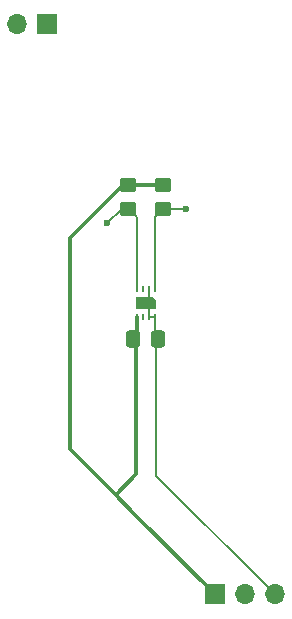
<source format=gbr>
%TF.GenerationSoftware,KiCad,Pcbnew,9.0.0*%
%TF.CreationDate,2025-06-18T18:11:36+02:00*%
%TF.ProjectId,SHT35_Board,53485433-355f-4426-9f61-72642e6b6963,rev?*%
%TF.SameCoordinates,Original*%
%TF.FileFunction,Copper,L1,Top*%
%TF.FilePolarity,Positive*%
%FSLAX46Y46*%
G04 Gerber Fmt 4.6, Leading zero omitted, Abs format (unit mm)*
G04 Created by KiCad (PCBNEW 9.0.0) date 2025-06-18 18:11:36*
%MOMM*%
%LPD*%
G01*
G04 APERTURE LIST*
G04 Aperture macros list*
%AMRoundRect*
0 Rectangle with rounded corners*
0 $1 Rounding radius*
0 $2 $3 $4 $5 $6 $7 $8 $9 X,Y pos of 4 corners*
0 Add a 4 corners polygon primitive as box body*
4,1,4,$2,$3,$4,$5,$6,$7,$8,$9,$2,$3,0*
0 Add four circle primitives for the rounded corners*
1,1,$1+$1,$2,$3*
1,1,$1+$1,$4,$5*
1,1,$1+$1,$6,$7*
1,1,$1+$1,$8,$9*
0 Add four rect primitives between the rounded corners*
20,1,$1+$1,$2,$3,$4,$5,0*
20,1,$1+$1,$4,$5,$6,$7,0*
20,1,$1+$1,$6,$7,$8,$9,0*
20,1,$1+$1,$8,$9,$2,$3,0*%
%AMFreePoly0*
4,1,6,0.500000,-0.850000,-0.500000,-0.850000,-0.500000,0.550000,-0.200000,0.850000,0.500000,0.850000,0.500000,-0.850000,0.500000,-0.850000,$1*%
G04 Aperture macros list end*
%TA.AperFunction,SMDPad,CuDef*%
%ADD10RoundRect,0.250000X-0.337500X-0.475000X0.337500X-0.475000X0.337500X0.475000X-0.337500X0.475000X0*%
%TD*%
%TA.AperFunction,SMDPad,CuDef*%
%ADD11R,0.250000X0.550000*%
%TD*%
%TA.AperFunction,SMDPad,CuDef*%
%ADD12FreePoly0,270.000000*%
%TD*%
%TA.AperFunction,SMDPad,CuDef*%
%ADD13RoundRect,0.250000X-0.450000X0.350000X-0.450000X-0.350000X0.450000X-0.350000X0.450000X0.350000X0*%
%TD*%
%TA.AperFunction,ComponentPad*%
%ADD14R,1.700000X1.700000*%
%TD*%
%TA.AperFunction,ComponentPad*%
%ADD15O,1.700000X1.700000*%
%TD*%
%TA.AperFunction,ViaPad*%
%ADD16C,0.600000*%
%TD*%
%TA.AperFunction,Conductor*%
%ADD17C,0.300000*%
%TD*%
%TA.AperFunction,Conductor*%
%ADD18C,0.200000*%
%TD*%
G04 APERTURE END LIST*
D10*
%TO.P,C1,1*%
%TO.N,/3.3V*%
X179555000Y-93000000D03*
%TO.P,C1,2*%
%TO.N,GND*%
X181630000Y-93000000D03*
%TD*%
D11*
%TO.P,U1,1,SDA*%
%TO.N,/SDA1*%
X181370000Y-88825000D03*
%TO.P,U1,2,ADDR*%
%TO.N,GND*%
X180870000Y-88825000D03*
%TO.P,U1,3,ALERT*%
%TO.N,unconnected-(U1-ALERT-Pad3)*%
X180370000Y-88825000D03*
%TO.P,U1,4,SCL*%
%TO.N,/SCL1*%
X179870000Y-88825000D03*
%TO.P,U1,5,VDD*%
%TO.N,/3.3V*%
X179870000Y-91175000D03*
%TO.P,U1,6,~{RESET}*%
%TO.N,unconnected-(U1-~{RESET}-Pad6)*%
X180370000Y-91175000D03*
%TO.P,U1,7,R*%
%TO.N,GND*%
X180870000Y-91175000D03*
%TO.P,U1,8,VSS*%
X181370000Y-91175000D03*
D12*
%TO.P,U1,9,VSS*%
X180620000Y-90000000D03*
%TD*%
D13*
%TO.P,R1,1*%
%TO.N,/3.3V*%
X182120000Y-80000000D03*
%TO.P,R1,2*%
%TO.N,/SDA1*%
X182120000Y-82000000D03*
%TD*%
%TO.P,R2,1*%
%TO.N,/3.3V*%
X179120000Y-80000000D03*
%TO.P,R2,2*%
%TO.N,/SCL1*%
X179120000Y-82000000D03*
%TD*%
D14*
%TO.P,J1,1,Pin_1*%
%TO.N,/3.3V*%
X186484000Y-114645000D03*
D15*
%TO.P,J1,2,Pin_2*%
%TO.N,unconnected-(J1-Pin_2-Pad2)*%
X189024000Y-114645000D03*
%TO.P,J1,3,Pin_3*%
%TO.N,GND*%
X191564000Y-114645000D03*
%TD*%
D14*
%TO.P,J2,1,Pin_1*%
%TO.N,/SDA1*%
X172260000Y-66385000D03*
D15*
%TO.P,J2,2,Pin_2*%
%TO.N,/SCL1*%
X169720000Y-66385000D03*
%TD*%
D16*
%TO.N,/SCL1*%
X177320000Y-83250000D03*
%TO.N,/SDA1*%
X184070000Y-81990000D03*
%TD*%
D17*
%TO.N,/3.3V*%
X174200000Y-84499347D02*
X174200000Y-102361000D01*
X179555000Y-93000000D02*
X179810000Y-93255000D01*
X179810000Y-104500000D02*
X178074500Y-106235500D01*
X179870000Y-92685000D02*
X179555000Y-93000000D01*
X174200000Y-102361000D02*
X178074500Y-106235500D01*
X179120000Y-80000000D02*
X178699347Y-80000000D01*
X178074500Y-106235500D02*
X179664500Y-107825500D01*
X179664500Y-107825500D02*
X186484000Y-114645000D01*
X179810000Y-93255000D02*
X179810000Y-104500000D01*
X179120000Y-80000000D02*
X182120000Y-80000000D01*
X179870000Y-91175000D02*
X179870000Y-92685000D01*
X178699347Y-80000000D02*
X174200000Y-84499347D01*
D18*
%TO.N,GND*%
X181370000Y-91175000D02*
X181370000Y-92740000D01*
X180870000Y-89750000D02*
X180620000Y-90000000D01*
X181519000Y-104600000D02*
X191564000Y-114645000D01*
X181519000Y-93111000D02*
X181519000Y-104600000D01*
X180870000Y-91175000D02*
X181370000Y-91175000D01*
X180870000Y-90250000D02*
X180870000Y-91175000D01*
X181630000Y-93000000D02*
X181519000Y-93111000D01*
X181370000Y-92740000D02*
X181630000Y-93000000D01*
X180620000Y-90000000D02*
X180870000Y-90250000D01*
X180870000Y-88825000D02*
X180870000Y-89750000D01*
%TO.N,/SCL1*%
X178570000Y-82000000D02*
X177350000Y-83220000D01*
X179120000Y-82000000D02*
X179870000Y-82750000D01*
X177350000Y-83220000D02*
X177320000Y-83250000D01*
X179870000Y-82750000D02*
X179870000Y-88825000D01*
X179120000Y-82000000D02*
X178570000Y-82000000D01*
%TO.N,/SDA1*%
X184060000Y-82000000D02*
X184070000Y-81990000D01*
X182120000Y-82000000D02*
X184060000Y-82000000D01*
X181370000Y-82750000D02*
X181370000Y-88825000D01*
X182120000Y-82000000D02*
X181370000Y-82750000D01*
%TD*%
M02*

</source>
